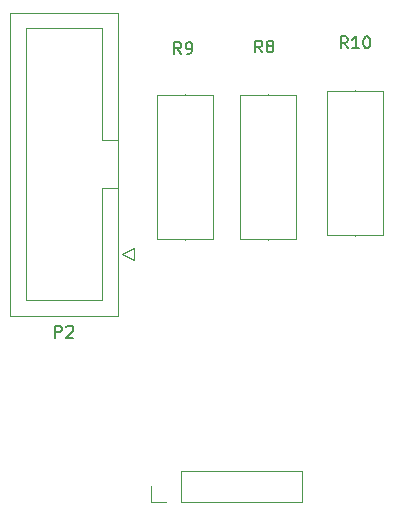
<source format=gto>
G04 #@! TF.GenerationSoftware,KiCad,Pcbnew,8.0.6*
G04 #@! TF.CreationDate,2025-01-14T22:15:50-05:00*
G04 #@! TF.ProjectId,rl78_debug_adapter_rev5,726c3738-5f64-4656-9275-675f61646170,rev?*
G04 #@! TF.SameCoordinates,Original*
G04 #@! TF.FileFunction,Legend,Top*
G04 #@! TF.FilePolarity,Positive*
%FSLAX46Y46*%
G04 Gerber Fmt 4.6, Leading zero omitted, Abs format (unit mm)*
G04 Created by KiCad (PCBNEW 8.0.6) date 2025-01-14 22:15:50*
%MOMM*%
%LPD*%
G01*
G04 APERTURE LIST*
%ADD10C,0.150000*%
%ADD11C,0.120000*%
G04 APERTURE END LIST*
D10*
X71991905Y-72058819D02*
X71991905Y-71058819D01*
X71991905Y-71058819D02*
X72372857Y-71058819D01*
X72372857Y-71058819D02*
X72468095Y-71106438D01*
X72468095Y-71106438D02*
X72515714Y-71154057D01*
X72515714Y-71154057D02*
X72563333Y-71249295D01*
X72563333Y-71249295D02*
X72563333Y-71392152D01*
X72563333Y-71392152D02*
X72515714Y-71487390D01*
X72515714Y-71487390D02*
X72468095Y-71535009D01*
X72468095Y-71535009D02*
X72372857Y-71582628D01*
X72372857Y-71582628D02*
X71991905Y-71582628D01*
X72944286Y-71154057D02*
X72991905Y-71106438D01*
X72991905Y-71106438D02*
X73087143Y-71058819D01*
X73087143Y-71058819D02*
X73325238Y-71058819D01*
X73325238Y-71058819D02*
X73420476Y-71106438D01*
X73420476Y-71106438D02*
X73468095Y-71154057D01*
X73468095Y-71154057D02*
X73515714Y-71249295D01*
X73515714Y-71249295D02*
X73515714Y-71344533D01*
X73515714Y-71344533D02*
X73468095Y-71487390D01*
X73468095Y-71487390D02*
X72896667Y-72058819D01*
X72896667Y-72058819D02*
X73515714Y-72058819D01*
X89513333Y-47914619D02*
X89180000Y-47438428D01*
X88941905Y-47914619D02*
X88941905Y-46914619D01*
X88941905Y-46914619D02*
X89322857Y-46914619D01*
X89322857Y-46914619D02*
X89418095Y-46962238D01*
X89418095Y-46962238D02*
X89465714Y-47009857D01*
X89465714Y-47009857D02*
X89513333Y-47105095D01*
X89513333Y-47105095D02*
X89513333Y-47247952D01*
X89513333Y-47247952D02*
X89465714Y-47343190D01*
X89465714Y-47343190D02*
X89418095Y-47390809D01*
X89418095Y-47390809D02*
X89322857Y-47438428D01*
X89322857Y-47438428D02*
X88941905Y-47438428D01*
X90084762Y-47343190D02*
X89989524Y-47295571D01*
X89989524Y-47295571D02*
X89941905Y-47247952D01*
X89941905Y-47247952D02*
X89894286Y-47152714D01*
X89894286Y-47152714D02*
X89894286Y-47105095D01*
X89894286Y-47105095D02*
X89941905Y-47009857D01*
X89941905Y-47009857D02*
X89989524Y-46962238D01*
X89989524Y-46962238D02*
X90084762Y-46914619D01*
X90084762Y-46914619D02*
X90275238Y-46914619D01*
X90275238Y-46914619D02*
X90370476Y-46962238D01*
X90370476Y-46962238D02*
X90418095Y-47009857D01*
X90418095Y-47009857D02*
X90465714Y-47105095D01*
X90465714Y-47105095D02*
X90465714Y-47152714D01*
X90465714Y-47152714D02*
X90418095Y-47247952D01*
X90418095Y-47247952D02*
X90370476Y-47295571D01*
X90370476Y-47295571D02*
X90275238Y-47343190D01*
X90275238Y-47343190D02*
X90084762Y-47343190D01*
X90084762Y-47343190D02*
X89989524Y-47390809D01*
X89989524Y-47390809D02*
X89941905Y-47438428D01*
X89941905Y-47438428D02*
X89894286Y-47533666D01*
X89894286Y-47533666D02*
X89894286Y-47724142D01*
X89894286Y-47724142D02*
X89941905Y-47819380D01*
X89941905Y-47819380D02*
X89989524Y-47867000D01*
X89989524Y-47867000D02*
X90084762Y-47914619D01*
X90084762Y-47914619D02*
X90275238Y-47914619D01*
X90275238Y-47914619D02*
X90370476Y-47867000D01*
X90370476Y-47867000D02*
X90418095Y-47819380D01*
X90418095Y-47819380D02*
X90465714Y-47724142D01*
X90465714Y-47724142D02*
X90465714Y-47533666D01*
X90465714Y-47533666D02*
X90418095Y-47438428D01*
X90418095Y-47438428D02*
X90370476Y-47390809D01*
X90370476Y-47390809D02*
X90275238Y-47343190D01*
X82655333Y-48041619D02*
X82322000Y-47565428D01*
X82083905Y-48041619D02*
X82083905Y-47041619D01*
X82083905Y-47041619D02*
X82464857Y-47041619D01*
X82464857Y-47041619D02*
X82560095Y-47089238D01*
X82560095Y-47089238D02*
X82607714Y-47136857D01*
X82607714Y-47136857D02*
X82655333Y-47232095D01*
X82655333Y-47232095D02*
X82655333Y-47374952D01*
X82655333Y-47374952D02*
X82607714Y-47470190D01*
X82607714Y-47470190D02*
X82560095Y-47517809D01*
X82560095Y-47517809D02*
X82464857Y-47565428D01*
X82464857Y-47565428D02*
X82083905Y-47565428D01*
X83131524Y-48041619D02*
X83322000Y-48041619D01*
X83322000Y-48041619D02*
X83417238Y-47994000D01*
X83417238Y-47994000D02*
X83464857Y-47946380D01*
X83464857Y-47946380D02*
X83560095Y-47803523D01*
X83560095Y-47803523D02*
X83607714Y-47613047D01*
X83607714Y-47613047D02*
X83607714Y-47232095D01*
X83607714Y-47232095D02*
X83560095Y-47136857D01*
X83560095Y-47136857D02*
X83512476Y-47089238D01*
X83512476Y-47089238D02*
X83417238Y-47041619D01*
X83417238Y-47041619D02*
X83226762Y-47041619D01*
X83226762Y-47041619D02*
X83131524Y-47089238D01*
X83131524Y-47089238D02*
X83083905Y-47136857D01*
X83083905Y-47136857D02*
X83036286Y-47232095D01*
X83036286Y-47232095D02*
X83036286Y-47470190D01*
X83036286Y-47470190D02*
X83083905Y-47565428D01*
X83083905Y-47565428D02*
X83131524Y-47613047D01*
X83131524Y-47613047D02*
X83226762Y-47660666D01*
X83226762Y-47660666D02*
X83417238Y-47660666D01*
X83417238Y-47660666D02*
X83512476Y-47613047D01*
X83512476Y-47613047D02*
X83560095Y-47565428D01*
X83560095Y-47565428D02*
X83607714Y-47470190D01*
X96752342Y-47564619D02*
X96419009Y-47088428D01*
X96180914Y-47564619D02*
X96180914Y-46564619D01*
X96180914Y-46564619D02*
X96561866Y-46564619D01*
X96561866Y-46564619D02*
X96657104Y-46612238D01*
X96657104Y-46612238D02*
X96704723Y-46659857D01*
X96704723Y-46659857D02*
X96752342Y-46755095D01*
X96752342Y-46755095D02*
X96752342Y-46897952D01*
X96752342Y-46897952D02*
X96704723Y-46993190D01*
X96704723Y-46993190D02*
X96657104Y-47040809D01*
X96657104Y-47040809D02*
X96561866Y-47088428D01*
X96561866Y-47088428D02*
X96180914Y-47088428D01*
X97704723Y-47564619D02*
X97133295Y-47564619D01*
X97419009Y-47564619D02*
X97419009Y-46564619D01*
X97419009Y-46564619D02*
X97323771Y-46707476D01*
X97323771Y-46707476D02*
X97228533Y-46802714D01*
X97228533Y-46802714D02*
X97133295Y-46850333D01*
X98323771Y-46564619D02*
X98419009Y-46564619D01*
X98419009Y-46564619D02*
X98514247Y-46612238D01*
X98514247Y-46612238D02*
X98561866Y-46659857D01*
X98561866Y-46659857D02*
X98609485Y-46755095D01*
X98609485Y-46755095D02*
X98657104Y-46945571D01*
X98657104Y-46945571D02*
X98657104Y-47183666D01*
X98657104Y-47183666D02*
X98609485Y-47374142D01*
X98609485Y-47374142D02*
X98561866Y-47469380D01*
X98561866Y-47469380D02*
X98514247Y-47517000D01*
X98514247Y-47517000D02*
X98419009Y-47564619D01*
X98419009Y-47564619D02*
X98323771Y-47564619D01*
X98323771Y-47564619D02*
X98228533Y-47517000D01*
X98228533Y-47517000D02*
X98180914Y-47469380D01*
X98180914Y-47469380D02*
X98133295Y-47374142D01*
X98133295Y-47374142D02*
X98085676Y-47183666D01*
X98085676Y-47183666D02*
X98085676Y-46945571D01*
X98085676Y-46945571D02*
X98133295Y-46755095D01*
X98133295Y-46755095D02*
X98180914Y-46659857D01*
X98180914Y-46659857D02*
X98228533Y-46612238D01*
X98228533Y-46612238D02*
X98323771Y-46564619D01*
D11*
X68170000Y-44550000D02*
X77290000Y-44550000D01*
X68170000Y-70210000D02*
X68170000Y-44550000D01*
X69480000Y-45850000D02*
X75980000Y-45850000D01*
X69480000Y-68910000D02*
X69480000Y-45850000D01*
X75980000Y-45850000D02*
X75980000Y-55330000D01*
X75980000Y-55330000D02*
X75980000Y-55330000D01*
X75980000Y-55330000D02*
X77290000Y-55330000D01*
X75980000Y-59430000D02*
X75980000Y-68910000D01*
X75980000Y-68910000D02*
X69480000Y-68910000D01*
X77290000Y-44550000D02*
X77290000Y-70210000D01*
X77290000Y-59430000D02*
X75980000Y-59430000D01*
X77290000Y-70210000D02*
X68170000Y-70210000D01*
X77680000Y-65000000D02*
X78680000Y-65500000D01*
X78680000Y-64500000D02*
X77680000Y-65000000D01*
X78680000Y-65500000D02*
X78680000Y-64500000D01*
X80070000Y-85980000D02*
X80070000Y-84650000D01*
X81400000Y-85980000D02*
X80070000Y-85980000D01*
X82670000Y-83320000D02*
X92890000Y-83320000D01*
X82670000Y-85980000D02*
X82670000Y-83320000D01*
X82670000Y-85980000D02*
X92890000Y-85980000D01*
X92890000Y-85980000D02*
X92890000Y-83320000D01*
X87630000Y-51550000D02*
X87630000Y-63690000D01*
X87630000Y-63690000D02*
X92370000Y-63690000D01*
X90000000Y-51440000D02*
X90000000Y-51550000D01*
X90000000Y-63800000D02*
X90000000Y-63690000D01*
X92370000Y-51550000D02*
X87630000Y-51550000D01*
X92370000Y-63690000D02*
X92370000Y-51550000D01*
X80630000Y-51550000D02*
X80630000Y-63690000D01*
X80630000Y-63690000D02*
X85370000Y-63690000D01*
X83000000Y-51440000D02*
X83000000Y-51550000D01*
X83000000Y-63800000D02*
X83000000Y-63690000D01*
X85370000Y-51550000D02*
X80630000Y-51550000D01*
X85370000Y-63690000D02*
X85370000Y-51550000D01*
X95030000Y-51200000D02*
X95030000Y-63340000D01*
X95030000Y-63340000D02*
X99770000Y-63340000D01*
X97400000Y-51090000D02*
X97400000Y-51200000D01*
X97400000Y-63450000D02*
X97400000Y-63340000D01*
X99770000Y-51200000D02*
X95030000Y-51200000D01*
X99770000Y-63340000D02*
X99770000Y-51200000D01*
M02*

</source>
